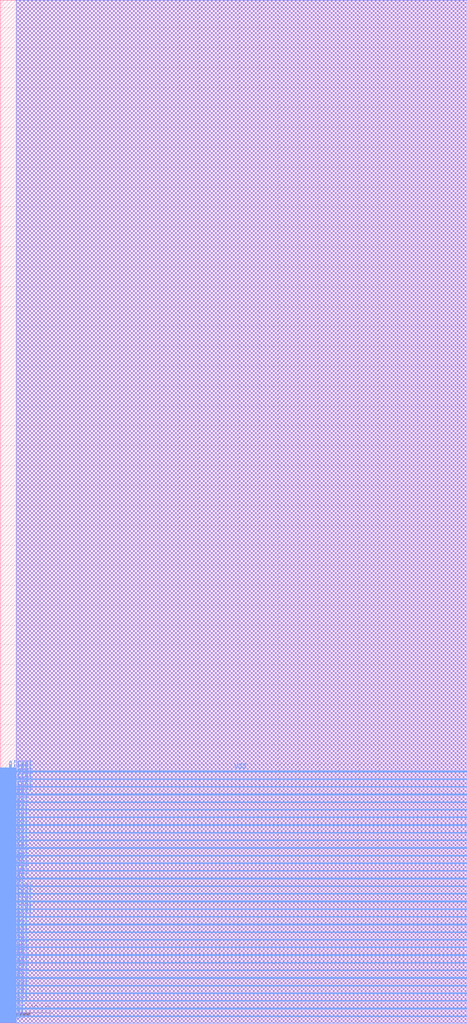
<source format=lef>
VERSION 5.6 ;
BUSBITCHARS "[]" ;
DIVIDERCHAR "/" ;

MACRO SRAM1RW256x128
  CLASS BLOCK ;
  ORIGIN 0 0 ;
  FOREIGN SRAM1RW256x128 0 0 ;
  SIZE 117.408 BY 256.896 ;
  SYMMETRY X Y ;
  SITE asap7sc7p5t ;
  PIN VDD
    DIRECTION INOUT ;
    USE POWER ;
    PORT 
      LAYER M4 ;
        RECT 0.0 1.632 117.408 1.728 ;
        RECT 0.0 3.552 117.408 3.648 ;
        RECT 0.0 5.472 117.408 5.568 ;
        RECT 0.0 7.392 117.408 7.488 ;
        RECT 0.0 9.312 117.408 9.408 ;
        RECT 0.0 11.232 117.408 11.328 ;
        RECT 0.0 13.152 117.408 13.248 ;
        RECT 0.0 15.072 117.408 15.168 ;
        RECT 0.0 16.992 117.408 17.088 ;
        RECT 0.0 18.912 117.408 19.008 ;
        RECT 0.0 20.832 117.408 20.928 ;
        RECT 0.0 22.752 117.408 22.848 ;
        RECT 0.0 24.672 117.408 24.768 ;
        RECT 0.0 26.592 117.408 26.688 ;
        RECT 0.0 28.512 117.408 28.608 ;
        RECT 0.0 30.432 117.408 30.528 ;
        RECT 0.0 32.352 117.408 32.448 ;
        RECT 0.0 34.272 117.408 34.368 ;
        RECT 0.0 36.192 117.408 36.288 ;
        RECT 0.0 38.112 117.408 38.208 ;
        RECT 0.0 40.032 117.408 40.128 ;
        RECT 0.0 41.952 117.408 42.048 ;
        RECT 0.0 43.872 117.408 43.968 ;
        RECT 0.0 45.792 117.408 45.888 ;
        RECT 0.0 47.712 117.408 47.808 ;
        RECT 0.0 49.632 117.408 49.728 ;
        RECT 0.0 51.552 117.408 51.648 ;
        RECT 0.0 53.472 117.408 53.568 ;
        RECT 0.0 55.392 117.408 55.488 ;
        RECT 0.0 57.312 117.408 57.408 ;
        RECT 0.0 59.232 117.408 59.328 ;
        RECT 0.0 61.152 117.408 61.248 ;
        RECT 0.0 63.072 117.408 63.168 ;
    END 
  END VDD
  PIN VSS
    DIRECTION INOUT ;
    USE GROUND ;
    PORT 
      LAYER M4 ;
        RECT 0.0 1.824 117.408 1.92 ;
        RECT 0.0 3.744 117.408 3.84 ;
        RECT 0.0 5.664 117.408 5.76 ;
        RECT 0.0 7.584 117.408 7.68 ;
        RECT 0.0 9.504 117.408 9.6 ;
        RECT 0.0 11.424 117.408 11.52 ;
        RECT 0.0 13.344 117.408 13.44 ;
        RECT 0.0 15.264 117.408 15.36 ;
        RECT 0.0 17.184 117.408 17.28 ;
        RECT 0.0 19.104 117.408 19.2 ;
        RECT 0.0 21.024 117.408 21.12 ;
        RECT 0.0 22.944 117.408 23.04 ;
        RECT 0.0 24.864 117.408 24.96 ;
        RECT 0.0 26.784 117.408 26.88 ;
        RECT 0.0 28.704 117.408 28.8 ;
        RECT 0.0 30.624 117.408 30.72 ;
        RECT 0.0 32.544 117.408 32.64 ;
        RECT 0.0 34.464 117.408 34.56 ;
        RECT 0.0 36.384 117.408 36.48 ;
        RECT 0.0 38.304 117.408 38.4 ;
        RECT 0.0 40.224 117.408 40.32 ;
        RECT 0.0 42.144 117.408 42.24 ;
        RECT 0.0 44.064 117.408 44.16 ;
        RECT 0.0 45.984 117.408 46.08 ;
        RECT 0.0 47.904 117.408 48.0 ;
        RECT 0.0 49.824 117.408 49.92 ;
        RECT 0.0 51.744 117.408 51.84 ;
        RECT 0.0 53.664 117.408 53.76 ;
        RECT 0.0 55.584 117.408 55.68 ;
        RECT 0.0 57.504 117.408 57.6 ;
        RECT 0.0 59.424 117.408 59.52 ;
        RECT 0.0 61.344 117.408 61.44 ;
        RECT 0.0 63.264 117.408 63.36 ;
    END 
  END VSS
  PIN CE
    DIRECTION INPUT ;
    USE SIGNAL ;
    PORT 
      LAYER M4 ;
        RECT 0.0 0.096 4.0 0.192 ;
    END 
  END CE
  PIN WEB
    DIRECTION INPUT ;
    USE SIGNAL ;
    PORT 
      LAYER M4 ;
        RECT 0.0 0.288 4.0 0.384 ;
    END 
  END WEB
  PIN OEB
    DIRECTION INPUT ;
    USE SIGNAL ;
    PORT 
      LAYER M4 ;
        RECT 0.0 0.48 4.0 0.576 ;
    END 
  END OEB
  PIN CSB
    DIRECTION INPUT ;
    USE SIGNAL ;
    PORT 
      LAYER M4 ;
        RECT 0.0 0.672 4.0 0.768 ;
    END 
  END CSB
  PIN A[0]
    DIRECTION INPUT ;
    USE SIGNAL ;
    PORT 
      LAYER M4 ;
        RECT 0.0 0.864 4.0 0.96 ;
    END 
  END A[0]
  PIN A[1]
    DIRECTION INPUT ;
    USE SIGNAL ;
    PORT 
      LAYER M4 ;
        RECT 0.0 1.056 4.0 1.152 ;
    END 
  END A[1]
  PIN A[2]
    DIRECTION INPUT ;
    USE SIGNAL ;
    PORT 
      LAYER M4 ;
        RECT 0.0 1.248 4.0 1.344 ;
    END 
  END A[2]
  PIN A[3]
    DIRECTION INPUT ;
    USE SIGNAL ;
    PORT 
      LAYER M4 ;
        RECT 0.0 1.44 4.0 1.536 ;
    END 
  END A[3]
  PIN A[4]
    DIRECTION INPUT ;
    USE SIGNAL ;
    PORT 
      LAYER M4 ;
        RECT 0.0 2.016 4.0 2.112 ;
    END 
  END A[4]
  PIN A[5]
    DIRECTION INPUT ;
    USE SIGNAL ;
    PORT 
      LAYER M4 ;
        RECT 0.0 2.208 4.0 2.304 ;
    END 
  END A[5]
  PIN A[6]
    DIRECTION INPUT ;
    USE SIGNAL ;
    PORT 
      LAYER M4 ;
        RECT 0.0 2.4 4.0 2.496 ;
    END 
  END A[6]
  PIN A[7]
    DIRECTION INPUT ;
    USE SIGNAL ;
    PORT 
      LAYER M4 ;
        RECT 0.0 2.592 4.0 2.688 ;
    END 
  END A[7]
  PIN I[0]
    DIRECTION INPUT ;
    USE SIGNAL ;
    PORT 
      LAYER M4 ;
        RECT 0.0 2.784 4.0 2.88 ;
    END 
  END I[0]
  PIN I[1]
    DIRECTION INPUT ;
    USE SIGNAL ;
    PORT 
      LAYER M4 ;
        RECT 0.0 2.976 4.0 3.072 ;
    END 
  END I[1]
  PIN I[2]
    DIRECTION INPUT ;
    USE SIGNAL ;
    PORT 
      LAYER M4 ;
        RECT 0.0 3.168 4.0 3.264 ;
    END 
  END I[2]
  PIN I[3]
    DIRECTION INPUT ;
    USE SIGNAL ;
    PORT 
      LAYER M4 ;
        RECT 0.0 3.36 4.0 3.456 ;
    END 
  END I[3]
  PIN I[4]
    DIRECTION INPUT ;
    USE SIGNAL ;
    PORT 
      LAYER M4 ;
        RECT 0.0 3.936 4.0 4.032 ;
    END 
  END I[4]
  PIN I[5]
    DIRECTION INPUT ;
    USE SIGNAL ;
    PORT 
      LAYER M4 ;
        RECT 0.0 4.128 4.0 4.224 ;
    END 
  END I[5]
  PIN I[6]
    DIRECTION INPUT ;
    USE SIGNAL ;
    PORT 
      LAYER M4 ;
        RECT 0.0 4.32 4.0 4.416 ;
    END 
  END I[6]
  PIN I[7]
    DIRECTION INPUT ;
    USE SIGNAL ;
    PORT 
      LAYER M4 ;
        RECT 0.0 4.512 4.0 4.608 ;
    END 
  END I[7]
  PIN I[8]
    DIRECTION INPUT ;
    USE SIGNAL ;
    PORT 
      LAYER M4 ;
        RECT 0.0 4.704 4.0 4.8 ;
    END 
  END I[8]
  PIN I[9]
    DIRECTION INPUT ;
    USE SIGNAL ;
    PORT 
      LAYER M4 ;
        RECT 0.0 4.896 4.0 4.992 ;
    END 
  END I[9]
  PIN I[10]
    DIRECTION INPUT ;
    USE SIGNAL ;
    PORT 
      LAYER M4 ;
        RECT 0.0 5.088 4.0 5.184 ;
    END 
  END I[10]
  PIN I[11]
    DIRECTION INPUT ;
    USE SIGNAL ;
    PORT 
      LAYER M4 ;
        RECT 0.0 5.28 4.0 5.376 ;
    END 
  END I[11]
  PIN I[12]
    DIRECTION INPUT ;
    USE SIGNAL ;
    PORT 
      LAYER M4 ;
        RECT 0.0 5.856 4.0 5.952 ;
    END 
  END I[12]
  PIN I[13]
    DIRECTION INPUT ;
    USE SIGNAL ;
    PORT 
      LAYER M4 ;
        RECT 0.0 6.048 4.0 6.144 ;
    END 
  END I[13]
  PIN I[14]
    DIRECTION INPUT ;
    USE SIGNAL ;
    PORT 
      LAYER M4 ;
        RECT 0.0 6.24 4.0 6.336 ;
    END 
  END I[14]
  PIN I[15]
    DIRECTION INPUT ;
    USE SIGNAL ;
    PORT 
      LAYER M4 ;
        RECT 0.0 6.432 4.0 6.528 ;
    END 
  END I[15]
  PIN I[16]
    DIRECTION INPUT ;
    USE SIGNAL ;
    PORT 
      LAYER M4 ;
        RECT 0.0 6.624 4.0 6.72 ;
    END 
  END I[16]
  PIN I[17]
    DIRECTION INPUT ;
    USE SIGNAL ;
    PORT 
      LAYER M4 ;
        RECT 0.0 6.816 4.0 6.912 ;
    END 
  END I[17]
  PIN I[18]
    DIRECTION INPUT ;
    USE SIGNAL ;
    PORT 
      LAYER M4 ;
        RECT 0.0 7.008 4.0 7.104 ;
    END 
  END I[18]
  PIN I[19]
    DIRECTION INPUT ;
    USE SIGNAL ;
    PORT 
      LAYER M4 ;
        RECT 0.0 7.2 4.0 7.296 ;
    END 
  END I[19]
  PIN I[20]
    DIRECTION INPUT ;
    USE SIGNAL ;
    PORT 
      LAYER M4 ;
        RECT 0.0 7.776 4.0 7.872 ;
    END 
  END I[20]
  PIN I[21]
    DIRECTION INPUT ;
    USE SIGNAL ;
    PORT 
      LAYER M4 ;
        RECT 0.0 7.968 4.0 8.064 ;
    END 
  END I[21]
  PIN I[22]
    DIRECTION INPUT ;
    USE SIGNAL ;
    PORT 
      LAYER M4 ;
        RECT 0.0 8.16 4.0 8.256 ;
    END 
  END I[22]
  PIN I[23]
    DIRECTION INPUT ;
    USE SIGNAL ;
    PORT 
      LAYER M4 ;
        RECT 0.0 8.352 4.0 8.448 ;
    END 
  END I[23]
  PIN I[24]
    DIRECTION INPUT ;
    USE SIGNAL ;
    PORT 
      LAYER M4 ;
        RECT 0.0 8.544 4.0 8.64 ;
    END 
  END I[24]
  PIN I[25]
    DIRECTION INPUT ;
    USE SIGNAL ;
    PORT 
      LAYER M4 ;
        RECT 0.0 8.736 4.0 8.832 ;
    END 
  END I[25]
  PIN I[26]
    DIRECTION INPUT ;
    USE SIGNAL ;
    PORT 
      LAYER M4 ;
        RECT 0.0 8.928 4.0 9.024 ;
    END 
  END I[26]
  PIN I[27]
    DIRECTION INPUT ;
    USE SIGNAL ;
    PORT 
      LAYER M4 ;
        RECT 0.0 9.12 4.0 9.216 ;
    END 
  END I[27]
  PIN I[28]
    DIRECTION INPUT ;
    USE SIGNAL ;
    PORT 
      LAYER M4 ;
        RECT 0.0 9.696 4.0 9.792 ;
    END 
  END I[28]
  PIN I[29]
    DIRECTION INPUT ;
    USE SIGNAL ;
    PORT 
      LAYER M4 ;
        RECT 0.0 9.888 4.0 9.984 ;
    END 
  END I[29]
  PIN I[30]
    DIRECTION INPUT ;
    USE SIGNAL ;
    PORT 
      LAYER M4 ;
        RECT 0.0 10.08 4.0 10.176 ;
    END 
  END I[30]
  PIN I[31]
    DIRECTION INPUT ;
    USE SIGNAL ;
    PORT 
      LAYER M4 ;
        RECT 0.0 10.272 4.0 10.368 ;
    END 
  END I[31]
  PIN I[32]
    DIRECTION INPUT ;
    USE SIGNAL ;
    PORT 
      LAYER M4 ;
        RECT 0.0 10.464 4.0 10.56 ;
    END 
  END I[32]
  PIN I[33]
    DIRECTION INPUT ;
    USE SIGNAL ;
    PORT 
      LAYER M4 ;
        RECT 0.0 10.656 4.0 10.752 ;
    END 
  END I[33]
  PIN I[34]
    DIRECTION INPUT ;
    USE SIGNAL ;
    PORT 
      LAYER M4 ;
        RECT 0.0 10.848 4.0 10.944 ;
    END 
  END I[34]
  PIN I[35]
    DIRECTION INPUT ;
    USE SIGNAL ;
    PORT 
      LAYER M4 ;
        RECT 0.0 11.04 4.0 11.136 ;
    END 
  END I[35]
  PIN I[36]
    DIRECTION INPUT ;
    USE SIGNAL ;
    PORT 
      LAYER M4 ;
        RECT 0.0 11.616 4.0 11.712 ;
    END 
  END I[36]
  PIN I[37]
    DIRECTION INPUT ;
    USE SIGNAL ;
    PORT 
      LAYER M4 ;
        RECT 0.0 11.808 4.0 11.904 ;
    END 
  END I[37]
  PIN I[38]
    DIRECTION INPUT ;
    USE SIGNAL ;
    PORT 
      LAYER M4 ;
        RECT 0.0 12.0 4.0 12.096 ;
    END 
  END I[38]
  PIN I[39]
    DIRECTION INPUT ;
    USE SIGNAL ;
    PORT 
      LAYER M4 ;
        RECT 0.0 12.192 4.0 12.288 ;
    END 
  END I[39]
  PIN I[40]
    DIRECTION INPUT ;
    USE SIGNAL ;
    PORT 
      LAYER M4 ;
        RECT 0.0 12.384 4.0 12.48 ;
    END 
  END I[40]
  PIN I[41]
    DIRECTION INPUT ;
    USE SIGNAL ;
    PORT 
      LAYER M4 ;
        RECT 0.0 12.576 4.0 12.672 ;
    END 
  END I[41]
  PIN I[42]
    DIRECTION INPUT ;
    USE SIGNAL ;
    PORT 
      LAYER M4 ;
        RECT 0.0 12.768 4.0 12.864 ;
    END 
  END I[42]
  PIN I[43]
    DIRECTION INPUT ;
    USE SIGNAL ;
    PORT 
      LAYER M4 ;
        RECT 0.0 12.96 4.0 13.056 ;
    END 
  END I[43]
  PIN I[44]
    DIRECTION INPUT ;
    USE SIGNAL ;
    PORT 
      LAYER M4 ;
        RECT 0.0 13.536 4.0 13.632 ;
    END 
  END I[44]
  PIN I[45]
    DIRECTION INPUT ;
    USE SIGNAL ;
    PORT 
      LAYER M4 ;
        RECT 0.0 13.728 4.0 13.824 ;
    END 
  END I[45]
  PIN I[46]
    DIRECTION INPUT ;
    USE SIGNAL ;
    PORT 
      LAYER M4 ;
        RECT 0.0 13.92 4.0 14.016 ;
    END 
  END I[46]
  PIN I[47]
    DIRECTION INPUT ;
    USE SIGNAL ;
    PORT 
      LAYER M4 ;
        RECT 0.0 14.112 4.0 14.208 ;
    END 
  END I[47]
  PIN I[48]
    DIRECTION INPUT ;
    USE SIGNAL ;
    PORT 
      LAYER M4 ;
        RECT 0.0 14.304 4.0 14.4 ;
    END 
  END I[48]
  PIN I[49]
    DIRECTION INPUT ;
    USE SIGNAL ;
    PORT 
      LAYER M4 ;
        RECT 0.0 14.496 4.0 14.592 ;
    END 
  END I[49]
  PIN I[50]
    DIRECTION INPUT ;
    USE SIGNAL ;
    PORT 
      LAYER M4 ;
        RECT 0.0 14.688 4.0 14.784 ;
    END 
  END I[50]
  PIN I[51]
    DIRECTION INPUT ;
    USE SIGNAL ;
    PORT 
      LAYER M4 ;
        RECT 0.0 14.88 4.0 14.976 ;
    END 
  END I[51]
  PIN I[52]
    DIRECTION INPUT ;
    USE SIGNAL ;
    PORT 
      LAYER M4 ;
        RECT 0.0 15.456 4.0 15.552 ;
    END 
  END I[52]
  PIN I[53]
    DIRECTION INPUT ;
    USE SIGNAL ;
    PORT 
      LAYER M4 ;
        RECT 0.0 15.648 4.0 15.744 ;
    END 
  END I[53]
  PIN I[54]
    DIRECTION INPUT ;
    USE SIGNAL ;
    PORT 
      LAYER M4 ;
        RECT 0.0 15.84 4.0 15.936 ;
    END 
  END I[54]
  PIN I[55]
    DIRECTION INPUT ;
    USE SIGNAL ;
    PORT 
      LAYER M4 ;
        RECT 0.0 16.032 4.0 16.128 ;
    END 
  END I[55]
  PIN I[56]
    DIRECTION INPUT ;
    USE SIGNAL ;
    PORT 
      LAYER M4 ;
        RECT 0.0 16.224 4.0 16.32 ;
    END 
  END I[56]
  PIN I[57]
    DIRECTION INPUT ;
    USE SIGNAL ;
    PORT 
      LAYER M4 ;
        RECT 0.0 16.416 4.0 16.512 ;
    END 
  END I[57]
  PIN I[58]
    DIRECTION INPUT ;
    USE SIGNAL ;
    PORT 
      LAYER M4 ;
        RECT 0.0 16.608 4.0 16.704 ;
    END 
  END I[58]
  PIN I[59]
    DIRECTION INPUT ;
    USE SIGNAL ;
    PORT 
      LAYER M4 ;
        RECT 0.0 16.8 4.0 16.896 ;
    END 
  END I[59]
  PIN I[60]
    DIRECTION INPUT ;
    USE SIGNAL ;
    PORT 
      LAYER M4 ;
        RECT 0.0 17.376 4.0 17.472 ;
    END 
  END I[60]
  PIN I[61]
    DIRECTION INPUT ;
    USE SIGNAL ;
    PORT 
      LAYER M4 ;
        RECT 0.0 17.568 4.0 17.664 ;
    END 
  END I[61]
  PIN I[62]
    DIRECTION INPUT ;
    USE SIGNAL ;
    PORT 
      LAYER M4 ;
        RECT 0.0 17.76 4.0 17.856 ;
    END 
  END I[62]
  PIN I[63]
    DIRECTION INPUT ;
    USE SIGNAL ;
    PORT 
      LAYER M4 ;
        RECT 0.0 17.952 4.0 18.048 ;
    END 
  END I[63]
  PIN I[64]
    DIRECTION INPUT ;
    USE SIGNAL ;
    PORT 
      LAYER M4 ;
        RECT 0.0 18.144 4.0 18.24 ;
    END 
  END I[64]
  PIN I[65]
    DIRECTION INPUT ;
    USE SIGNAL ;
    PORT 
      LAYER M4 ;
        RECT 0.0 18.336 4.0 18.432 ;
    END 
  END I[65]
  PIN I[66]
    DIRECTION INPUT ;
    USE SIGNAL ;
    PORT 
      LAYER M4 ;
        RECT 0.0 18.528 4.0 18.624 ;
    END 
  END I[66]
  PIN I[67]
    DIRECTION INPUT ;
    USE SIGNAL ;
    PORT 
      LAYER M4 ;
        RECT 0.0 18.72 4.0 18.816 ;
    END 
  END I[67]
  PIN I[68]
    DIRECTION INPUT ;
    USE SIGNAL ;
    PORT 
      LAYER M4 ;
        RECT 0.0 19.296 4.0 19.392 ;
    END 
  END I[68]
  PIN I[69]
    DIRECTION INPUT ;
    USE SIGNAL ;
    PORT 
      LAYER M4 ;
        RECT 0.0 19.488 4.0 19.584 ;
    END 
  END I[69]
  PIN I[70]
    DIRECTION INPUT ;
    USE SIGNAL ;
    PORT 
      LAYER M4 ;
        RECT 0.0 19.68 4.0 19.776 ;
    END 
  END I[70]
  PIN I[71]
    DIRECTION INPUT ;
    USE SIGNAL ;
    PORT 
      LAYER M4 ;
        RECT 0.0 19.872 4.0 19.968 ;
    END 
  END I[71]
  PIN I[72]
    DIRECTION INPUT ;
    USE SIGNAL ;
    PORT 
      LAYER M4 ;
        RECT 0.0 20.064 4.0 20.16 ;
    END 
  END I[72]
  PIN I[73]
    DIRECTION INPUT ;
    USE SIGNAL ;
    PORT 
      LAYER M4 ;
        RECT 0.0 20.256 4.0 20.352 ;
    END 
  END I[73]
  PIN I[74]
    DIRECTION INPUT ;
    USE SIGNAL ;
    PORT 
      LAYER M4 ;
        RECT 0.0 20.448 4.0 20.544 ;
    END 
  END I[74]
  PIN I[75]
    DIRECTION INPUT ;
    USE SIGNAL ;
    PORT 
      LAYER M4 ;
        RECT 0.0 20.64 4.0 20.736 ;
    END 
  END I[75]
  PIN I[76]
    DIRECTION INPUT ;
    USE SIGNAL ;
    PORT 
      LAYER M4 ;
        RECT 0.0 21.216 4.0 21.312 ;
    END 
  END I[76]
  PIN I[77]
    DIRECTION INPUT ;
    USE SIGNAL ;
    PORT 
      LAYER M4 ;
        RECT 0.0 21.408 4.0 21.504 ;
    END 
  END I[77]
  PIN I[78]
    DIRECTION INPUT ;
    USE SIGNAL ;
    PORT 
      LAYER M4 ;
        RECT 0.0 21.6 4.0 21.696 ;
    END 
  END I[78]
  PIN I[79]
    DIRECTION INPUT ;
    USE SIGNAL ;
    PORT 
      LAYER M4 ;
        RECT 0.0 21.792 4.0 21.888 ;
    END 
  END I[79]
  PIN I[80]
    DIRECTION INPUT ;
    USE SIGNAL ;
    PORT 
      LAYER M4 ;
        RECT 0.0 21.984 4.0 22.08 ;
    END 
  END I[80]
  PIN I[81]
    DIRECTION INPUT ;
    USE SIGNAL ;
    PORT 
      LAYER M4 ;
        RECT 0.0 22.176 4.0 22.272 ;
    END 
  END I[81]
  PIN I[82]
    DIRECTION INPUT ;
    USE SIGNAL ;
    PORT 
      LAYER M4 ;
        RECT 0.0 22.368 4.0 22.464 ;
    END 
  END I[82]
  PIN I[83]
    DIRECTION INPUT ;
    USE SIGNAL ;
    PORT 
      LAYER M4 ;
        RECT 0.0 22.56 4.0 22.656 ;
    END 
  END I[83]
  PIN I[84]
    DIRECTION INPUT ;
    USE SIGNAL ;
    PORT 
      LAYER M4 ;
        RECT 0.0 23.136 4.0 23.232 ;
    END 
  END I[84]
  PIN I[85]
    DIRECTION INPUT ;
    USE SIGNAL ;
    PORT 
      LAYER M4 ;
        RECT 0.0 23.328 4.0 23.424 ;
    END 
  END I[85]
  PIN I[86]
    DIRECTION INPUT ;
    USE SIGNAL ;
    PORT 
      LAYER M4 ;
        RECT 0.0 23.52 4.0 23.616 ;
    END 
  END I[86]
  PIN I[87]
    DIRECTION INPUT ;
    USE SIGNAL ;
    PORT 
      LAYER M4 ;
        RECT 0.0 23.712 4.0 23.808 ;
    END 
  END I[87]
  PIN I[88]
    DIRECTION INPUT ;
    USE SIGNAL ;
    PORT 
      LAYER M4 ;
        RECT 0.0 23.904 4.0 24.0 ;
    END 
  END I[88]
  PIN I[89]
    DIRECTION INPUT ;
    USE SIGNAL ;
    PORT 
      LAYER M4 ;
        RECT 0.0 24.096 4.0 24.192 ;
    END 
  END I[89]
  PIN I[90]
    DIRECTION INPUT ;
    USE SIGNAL ;
    PORT 
      LAYER M4 ;
        RECT 0.0 24.288 4.0 24.384 ;
    END 
  END I[90]
  PIN I[91]
    DIRECTION INPUT ;
    USE SIGNAL ;
    PORT 
      LAYER M4 ;
        RECT 0.0 24.48 4.0 24.576 ;
    END 
  END I[91]
  PIN I[92]
    DIRECTION INPUT ;
    USE SIGNAL ;
    PORT 
      LAYER M4 ;
        RECT 0.0 25.056 4.0 25.152 ;
    END 
  END I[92]
  PIN I[93]
    DIRECTION INPUT ;
    USE SIGNAL ;
    PORT 
      LAYER M4 ;
        RECT 0.0 25.248 4.0 25.344 ;
    END 
  END I[93]
  PIN I[94]
    DIRECTION INPUT ;
    USE SIGNAL ;
    PORT 
      LAYER M4 ;
        RECT 0.0 25.44 4.0 25.536 ;
    END 
  END I[94]
  PIN I[95]
    DIRECTION INPUT ;
    USE SIGNAL ;
    PORT 
      LAYER M4 ;
        RECT 0.0 25.632 4.0 25.728 ;
    END 
  END I[95]
  PIN I[96]
    DIRECTION INPUT ;
    USE SIGNAL ;
    PORT 
      LAYER M4 ;
        RECT 0.0 25.824 4.0 25.92 ;
    END 
  END I[96]
  PIN I[97]
    DIRECTION INPUT ;
    USE SIGNAL ;
    PORT 
      LAYER M4 ;
        RECT 0.0 26.016 4.0 26.112 ;
    END 
  END I[97]
  PIN I[98]
    DIRECTION INPUT ;
    USE SIGNAL ;
    PORT 
      LAYER M4 ;
        RECT 0.0 26.208 4.0 26.304 ;
    END 
  END I[98]
  PIN I[99]
    DIRECTION INPUT ;
    USE SIGNAL ;
    PORT 
      LAYER M4 ;
        RECT 0.0 26.4 4.0 26.496 ;
    END 
  END I[99]
  PIN I[100]
    DIRECTION INPUT ;
    USE SIGNAL ;
    PORT 
      LAYER M4 ;
        RECT 0.0 26.976 4.0 27.072 ;
    END 
  END I[100]
  PIN I[101]
    DIRECTION INPUT ;
    USE SIGNAL ;
    PORT 
      LAYER M4 ;
        RECT 0.0 27.168 4.0 27.264 ;
    END 
  END I[101]
  PIN I[102]
    DIRECTION INPUT ;
    USE SIGNAL ;
    PORT 
      LAYER M4 ;
        RECT 0.0 27.36 4.0 27.456 ;
    END 
  END I[102]
  PIN I[103]
    DIRECTION INPUT ;
    USE SIGNAL ;
    PORT 
      LAYER M4 ;
        RECT 0.0 27.552 4.0 27.648 ;
    END 
  END I[103]
  PIN I[104]
    DIRECTION INPUT ;
    USE SIGNAL ;
    PORT 
      LAYER M4 ;
        RECT 0.0 27.744 4.0 27.84 ;
    END 
  END I[104]
  PIN I[105]
    DIRECTION INPUT ;
    USE SIGNAL ;
    PORT 
      LAYER M4 ;
        RECT 0.0 27.936 4.0 28.032 ;
    END 
  END I[105]
  PIN I[106]
    DIRECTION INPUT ;
    USE SIGNAL ;
    PORT 
      LAYER M4 ;
        RECT 0.0 28.128 4.0 28.224 ;
    END 
  END I[106]
  PIN I[107]
    DIRECTION INPUT ;
    USE SIGNAL ;
    PORT 
      LAYER M4 ;
        RECT 0.0 28.32 4.0 28.416 ;
    END 
  END I[107]
  PIN I[108]
    DIRECTION INPUT ;
    USE SIGNAL ;
    PORT 
      LAYER M4 ;
        RECT 0.0 28.896 4.0 28.992 ;
    END 
  END I[108]
  PIN I[109]
    DIRECTION INPUT ;
    USE SIGNAL ;
    PORT 
      LAYER M4 ;
        RECT 0.0 29.088 4.0 29.184 ;
    END 
  END I[109]
  PIN I[110]
    DIRECTION INPUT ;
    USE SIGNAL ;
    PORT 
      LAYER M4 ;
        RECT 0.0 29.28 4.0 29.376 ;
    END 
  END I[110]
  PIN I[111]
    DIRECTION INPUT ;
    USE SIGNAL ;
    PORT 
      LAYER M4 ;
        RECT 0.0 29.472 4.0 29.568 ;
    END 
  END I[111]
  PIN I[112]
    DIRECTION INPUT ;
    USE SIGNAL ;
    PORT 
      LAYER M4 ;
        RECT 0.0 29.664 4.0 29.76 ;
    END 
  END I[112]
  PIN I[113]
    DIRECTION INPUT ;
    USE SIGNAL ;
    PORT 
      LAYER M4 ;
        RECT 0.0 29.856 4.0 29.952 ;
    END 
  END I[113]
  PIN I[114]
    DIRECTION INPUT ;
    USE SIGNAL ;
    PORT 
      LAYER M4 ;
        RECT 0.0 30.048 4.0 30.144 ;
    END 
  END I[114]
  PIN I[115]
    DIRECTION INPUT ;
    USE SIGNAL ;
    PORT 
      LAYER M4 ;
        RECT 0.0 30.24 4.0 30.336 ;
    END 
  END I[115]
  PIN I[116]
    DIRECTION INPUT ;
    USE SIGNAL ;
    PORT 
      LAYER M4 ;
        RECT 0.0 30.816 4.0 30.912 ;
    END 
  END I[116]
  PIN I[117]
    DIRECTION INPUT ;
    USE SIGNAL ;
    PORT 
      LAYER M4 ;
        RECT 0.0 31.008 4.0 31.104 ;
    END 
  END I[117]
  PIN I[118]
    DIRECTION INPUT ;
    USE SIGNAL ;
    PORT 
      LAYER M4 ;
        RECT 0.0 31.2 4.0 31.296 ;
    END 
  END I[118]
  PIN I[119]
    DIRECTION INPUT ;
    USE SIGNAL ;
    PORT 
      LAYER M4 ;
        RECT 0.0 31.392 4.0 31.488 ;
    END 
  END I[119]
  PIN I[120]
    DIRECTION INPUT ;
    USE SIGNAL ;
    PORT 
      LAYER M4 ;
        RECT 0.0 31.584 4.0 31.68 ;
    END 
  END I[120]
  PIN I[121]
    DIRECTION INPUT ;
    USE SIGNAL ;
    PORT 
      LAYER M4 ;
        RECT 0.0 31.776 4.0 31.872 ;
    END 
  END I[121]
  PIN I[122]
    DIRECTION INPUT ;
    USE SIGNAL ;
    PORT 
      LAYER M4 ;
        RECT 0.0 31.968 4.0 32.064 ;
    END 
  END I[122]
  PIN I[123]
    DIRECTION INPUT ;
    USE SIGNAL ;
    PORT 
      LAYER M4 ;
        RECT 0.0 32.16 4.0 32.256 ;
    END 
  END I[123]
  PIN I[124]
    DIRECTION INPUT ;
    USE SIGNAL ;
    PORT 
      LAYER M4 ;
        RECT 0.0 32.736 4.0 32.832 ;
    END 
  END I[124]
  PIN I[125]
    DIRECTION INPUT ;
    USE SIGNAL ;
    PORT 
      LAYER M4 ;
        RECT 0.0 32.928 4.0 33.024 ;
    END 
  END I[125]
  PIN I[126]
    DIRECTION INPUT ;
    USE SIGNAL ;
    PORT 
      LAYER M4 ;
        RECT 0.0 33.12 4.0 33.216 ;
    END 
  END I[126]
  PIN I[127]
    DIRECTION INPUT ;
    USE SIGNAL ;
    PORT 
      LAYER M4 ;
        RECT 0.0 33.312 4.0 33.408 ;
    END 
  END I[127]
  PIN O[0]
    DIRECTION OUTPUT ;
    USE SIGNAL ;
    PORT 
      LAYER M4 ;
        RECT 0.0 33.504 4.0 33.6 ;
    END 
  END O[0]
  PIN O[1]
    DIRECTION OUTPUT ;
    USE SIGNAL ;
    PORT 
      LAYER M4 ;
        RECT 0.0 33.696 4.0 33.792 ;
    END 
  END O[1]
  PIN O[2]
    DIRECTION OUTPUT ;
    USE SIGNAL ;
    PORT 
      LAYER M4 ;
        RECT 0.0 33.888 4.0 33.984 ;
    END 
  END O[2]
  PIN O[3]
    DIRECTION OUTPUT ;
    USE SIGNAL ;
    PORT 
      LAYER M4 ;
        RECT 0.0 34.08 4.0 34.176 ;
    END 
  END O[3]
  PIN O[4]
    DIRECTION OUTPUT ;
    USE SIGNAL ;
    PORT 
      LAYER M4 ;
        RECT 0.0 34.656 4.0 34.752 ;
    END 
  END O[4]
  PIN O[5]
    DIRECTION OUTPUT ;
    USE SIGNAL ;
    PORT 
      LAYER M4 ;
        RECT 0.0 34.848 4.0 34.944 ;
    END 
  END O[5]
  PIN O[6]
    DIRECTION OUTPUT ;
    USE SIGNAL ;
    PORT 
      LAYER M4 ;
        RECT 0.0 35.04 4.0 35.136 ;
    END 
  END O[6]
  PIN O[7]
    DIRECTION OUTPUT ;
    USE SIGNAL ;
    PORT 
      LAYER M4 ;
        RECT 0.0 35.232 4.0 35.328 ;
    END 
  END O[7]
  PIN O[8]
    DIRECTION OUTPUT ;
    USE SIGNAL ;
    PORT 
      LAYER M4 ;
        RECT 0.0 35.424 4.0 35.52 ;
    END 
  END O[8]
  PIN O[9]
    DIRECTION OUTPUT ;
    USE SIGNAL ;
    PORT 
      LAYER M4 ;
        RECT 0.0 35.616 4.0 35.712 ;
    END 
  END O[9]
  PIN O[10]
    DIRECTION OUTPUT ;
    USE SIGNAL ;
    PORT 
      LAYER M4 ;
        RECT 0.0 35.808 4.0 35.904 ;
    END 
  END O[10]
  PIN O[11]
    DIRECTION OUTPUT ;
    USE SIGNAL ;
    PORT 
      LAYER M4 ;
        RECT 0.0 36.0 4.0 36.096 ;
    END 
  END O[11]
  PIN O[12]
    DIRECTION OUTPUT ;
    USE SIGNAL ;
    PORT 
      LAYER M4 ;
        RECT 0.0 36.576 4.0 36.672 ;
    END 
  END O[12]
  PIN O[13]
    DIRECTION OUTPUT ;
    USE SIGNAL ;
    PORT 
      LAYER M4 ;
        RECT 0.0 36.768 4.0 36.864 ;
    END 
  END O[13]
  PIN O[14]
    DIRECTION OUTPUT ;
    USE SIGNAL ;
    PORT 
      LAYER M4 ;
        RECT 0.0 36.96 4.0 37.056 ;
    END 
  END O[14]
  PIN O[15]
    DIRECTION OUTPUT ;
    USE SIGNAL ;
    PORT 
      LAYER M4 ;
        RECT 0.0 37.152 4.0 37.248 ;
    END 
  END O[15]
  PIN O[16]
    DIRECTION OUTPUT ;
    USE SIGNAL ;
    PORT 
      LAYER M4 ;
        RECT 0.0 37.344 4.0 37.44 ;
    END 
  END O[16]
  PIN O[17]
    DIRECTION OUTPUT ;
    USE SIGNAL ;
    PORT 
      LAYER M4 ;
        RECT 0.0 37.536 4.0 37.632 ;
    END 
  END O[17]
  PIN O[18]
    DIRECTION OUTPUT ;
    USE SIGNAL ;
    PORT 
      LAYER M4 ;
        RECT 0.0 37.728 4.0 37.824 ;
    END 
  END O[18]
  PIN O[19]
    DIRECTION OUTPUT ;
    USE SIGNAL ;
    PORT 
      LAYER M4 ;
        RECT 0.0 37.92 4.0 38.016 ;
    END 
  END O[19]
  PIN O[20]
    DIRECTION OUTPUT ;
    USE SIGNAL ;
    PORT 
      LAYER M4 ;
        RECT 0.0 38.496 4.0 38.592 ;
    END 
  END O[20]
  PIN O[21]
    DIRECTION OUTPUT ;
    USE SIGNAL ;
    PORT 
      LAYER M4 ;
        RECT 0.0 38.688 4.0 38.784 ;
    END 
  END O[21]
  PIN O[22]
    DIRECTION OUTPUT ;
    USE SIGNAL ;
    PORT 
      LAYER M4 ;
        RECT 0.0 38.88 4.0 38.976 ;
    END 
  END O[22]
  PIN O[23]
    DIRECTION OUTPUT ;
    USE SIGNAL ;
    PORT 
      LAYER M4 ;
        RECT 0.0 39.072 4.0 39.168 ;
    END 
  END O[23]
  PIN O[24]
    DIRECTION OUTPUT ;
    USE SIGNAL ;
    PORT 
      LAYER M4 ;
        RECT 0.0 39.264 4.0 39.36 ;
    END 
  END O[24]
  PIN O[25]
    DIRECTION OUTPUT ;
    USE SIGNAL ;
    PORT 
      LAYER M4 ;
        RECT 0.0 39.456 4.0 39.552 ;
    END 
  END O[25]
  PIN O[26]
    DIRECTION OUTPUT ;
    USE SIGNAL ;
    PORT 
      LAYER M4 ;
        RECT 0.0 39.648 4.0 39.744 ;
    END 
  END O[26]
  PIN O[27]
    DIRECTION OUTPUT ;
    USE SIGNAL ;
    PORT 
      LAYER M4 ;
        RECT 0.0 39.84 4.0 39.936 ;
    END 
  END O[27]
  PIN O[28]
    DIRECTION OUTPUT ;
    USE SIGNAL ;
    PORT 
      LAYER M4 ;
        RECT 0.0 40.416 4.0 40.512 ;
    END 
  END O[28]
  PIN O[29]
    DIRECTION OUTPUT ;
    USE SIGNAL ;
    PORT 
      LAYER M4 ;
        RECT 0.0 40.608 4.0 40.704 ;
    END 
  END O[29]
  PIN O[30]
    DIRECTION OUTPUT ;
    USE SIGNAL ;
    PORT 
      LAYER M4 ;
        RECT 0.0 40.8 4.0 40.896 ;
    END 
  END O[30]
  PIN O[31]
    DIRECTION OUTPUT ;
    USE SIGNAL ;
    PORT 
      LAYER M4 ;
        RECT 0.0 40.992 4.0 41.088 ;
    END 
  END O[31]
  PIN O[32]
    DIRECTION OUTPUT ;
    USE SIGNAL ;
    PORT 
      LAYER M4 ;
        RECT 0.0 41.184 4.0 41.28 ;
    END 
  END O[32]
  PIN O[33]
    DIRECTION OUTPUT ;
    USE SIGNAL ;
    PORT 
      LAYER M4 ;
        RECT 0.0 41.376 4.0 41.472 ;
    END 
  END O[33]
  PIN O[34]
    DIRECTION OUTPUT ;
    USE SIGNAL ;
    PORT 
      LAYER M4 ;
        RECT 0.0 41.568 4.0 41.664 ;
    END 
  END O[34]
  PIN O[35]
    DIRECTION OUTPUT ;
    USE SIGNAL ;
    PORT 
      LAYER M4 ;
        RECT 0.0 41.76 4.0 41.856 ;
    END 
  END O[35]
  PIN O[36]
    DIRECTION OUTPUT ;
    USE SIGNAL ;
    PORT 
      LAYER M4 ;
        RECT 0.0 42.336 4.0 42.432 ;
    END 
  END O[36]
  PIN O[37]
    DIRECTION OUTPUT ;
    USE SIGNAL ;
    PORT 
      LAYER M4 ;
        RECT 0.0 42.528 4.0 42.624 ;
    END 
  END O[37]
  PIN O[38]
    DIRECTION OUTPUT ;
    USE SIGNAL ;
    PORT 
      LAYER M4 ;
        RECT 0.0 42.72 4.0 42.816 ;
    END 
  END O[38]
  PIN O[39]
    DIRECTION OUTPUT ;
    USE SIGNAL ;
    PORT 
      LAYER M4 ;
        RECT 0.0 42.912 4.0 43.008 ;
    END 
  END O[39]
  PIN O[40]
    DIRECTION OUTPUT ;
    USE SIGNAL ;
    PORT 
      LAYER M4 ;
        RECT 0.0 43.104 4.0 43.2 ;
    END 
  END O[40]
  PIN O[41]
    DIRECTION OUTPUT ;
    USE SIGNAL ;
    PORT 
      LAYER M4 ;
        RECT 0.0 43.296 4.0 43.392 ;
    END 
  END O[41]
  PIN O[42]
    DIRECTION OUTPUT ;
    USE SIGNAL ;
    PORT 
      LAYER M4 ;
        RECT 0.0 43.488 4.0 43.584 ;
    END 
  END O[42]
  PIN O[43]
    DIRECTION OUTPUT ;
    USE SIGNAL ;
    PORT 
      LAYER M4 ;
        RECT 0.0 43.68 4.0 43.776 ;
    END 
  END O[43]
  PIN O[44]
    DIRECTION OUTPUT ;
    USE SIGNAL ;
    PORT 
      LAYER M4 ;
        RECT 0.0 44.256 4.0 44.352 ;
    END 
  END O[44]
  PIN O[45]
    DIRECTION OUTPUT ;
    USE SIGNAL ;
    PORT 
      LAYER M4 ;
        RECT 0.0 44.448 4.0 44.544 ;
    END 
  END O[45]
  PIN O[46]
    DIRECTION OUTPUT ;
    USE SIGNAL ;
    PORT 
      LAYER M4 ;
        RECT 0.0 44.64 4.0 44.736 ;
    END 
  END O[46]
  PIN O[47]
    DIRECTION OUTPUT ;
    USE SIGNAL ;
    PORT 
      LAYER M4 ;
        RECT 0.0 44.832 4.0 44.928 ;
    END 
  END O[47]
  PIN O[48]
    DIRECTION OUTPUT ;
    USE SIGNAL ;
    PORT 
      LAYER M4 ;
        RECT 0.0 45.024 4.0 45.12 ;
    END 
  END O[48]
  PIN O[49]
    DIRECTION OUTPUT ;
    USE SIGNAL ;
    PORT 
      LAYER M4 ;
        RECT 0.0 45.216 4.0 45.312 ;
    END 
  END O[49]
  PIN O[50]
    DIRECTION OUTPUT ;
    USE SIGNAL ;
    PORT 
      LAYER M4 ;
        RECT 0.0 45.408 4.0 45.504 ;
    END 
  END O[50]
  PIN O[51]
    DIRECTION OUTPUT ;
    USE SIGNAL ;
    PORT 
      LAYER M4 ;
        RECT 0.0 45.6 4.0 45.696 ;
    END 
  END O[51]
  PIN O[52]
    DIRECTION OUTPUT ;
    USE SIGNAL ;
    PORT 
      LAYER M4 ;
        RECT 0.0 46.176 4.0 46.272 ;
    END 
  END O[52]
  PIN O[53]
    DIRECTION OUTPUT ;
    USE SIGNAL ;
    PORT 
      LAYER M4 ;
        RECT 0.0 46.368 4.0 46.464 ;
    END 
  END O[53]
  PIN O[54]
    DIRECTION OUTPUT ;
    USE SIGNAL ;
    PORT 
      LAYER M4 ;
        RECT 0.0 46.56 4.0 46.656 ;
    END 
  END O[54]
  PIN O[55]
    DIRECTION OUTPUT ;
    USE SIGNAL ;
    PORT 
      LAYER M4 ;
        RECT 0.0 46.752 4.0 46.848 ;
    END 
  END O[55]
  PIN O[56]
    DIRECTION OUTPUT ;
    USE SIGNAL ;
    PORT 
      LAYER M4 ;
        RECT 0.0 46.944 4.0 47.04 ;
    END 
  END O[56]
  PIN O[57]
    DIRECTION OUTPUT ;
    USE SIGNAL ;
    PORT 
      LAYER M4 ;
        RECT 0.0 47.136 4.0 47.232 ;
    END 
  END O[57]
  PIN O[58]
    DIRECTION OUTPUT ;
    USE SIGNAL ;
    PORT 
      LAYER M4 ;
        RECT 0.0 47.328 4.0 47.424 ;
    END 
  END O[58]
  PIN O[59]
    DIRECTION OUTPUT ;
    USE SIGNAL ;
    PORT 
      LAYER M4 ;
        RECT 0.0 47.52 4.0 47.616 ;
    END 
  END O[59]
  PIN O[60]
    DIRECTION OUTPUT ;
    USE SIGNAL ;
    PORT 
      LAYER M4 ;
        RECT 0.0 48.096 4.0 48.192 ;
    END 
  END O[60]
  PIN O[61]
    DIRECTION OUTPUT ;
    USE SIGNAL ;
    PORT 
      LAYER M4 ;
        RECT 0.0 48.288 4.0 48.384 ;
    END 
  END O[61]
  PIN O[62]
    DIRECTION OUTPUT ;
    USE SIGNAL ;
    PORT 
      LAYER M4 ;
        RECT 0.0 48.48 4.0 48.576 ;
    END 
  END O[62]
  PIN O[63]
    DIRECTION OUTPUT ;
    USE SIGNAL ;
    PORT 
      LAYER M4 ;
        RECT 0.0 48.672 4.0 48.768 ;
    END 
  END O[63]
  PIN O[64]
    DIRECTION OUTPUT ;
    USE SIGNAL ;
    PORT 
      LAYER M4 ;
        RECT 0.0 48.864 4.0 48.96 ;
    END 
  END O[64]
  PIN O[65]
    DIRECTION OUTPUT ;
    USE SIGNAL ;
    PORT 
      LAYER M4 ;
        RECT 0.0 49.056 4.0 49.152 ;
    END 
  END O[65]
  PIN O[66]
    DIRECTION OUTPUT ;
    USE SIGNAL ;
    PORT 
      LAYER M4 ;
        RECT 0.0 49.248 4.0 49.344 ;
    END 
  END O[66]
  PIN O[67]
    DIRECTION OUTPUT ;
    USE SIGNAL ;
    PORT 
      LAYER M4 ;
        RECT 0.0 49.44 4.0 49.536 ;
    END 
  END O[67]
  PIN O[68]
    DIRECTION OUTPUT ;
    USE SIGNAL ;
    PORT 
      LAYER M4 ;
        RECT 0.0 50.016 4.0 50.112 ;
    END 
  END O[68]
  PIN O[69]
    DIRECTION OUTPUT ;
    USE SIGNAL ;
    PORT 
      LAYER M4 ;
        RECT 0.0 50.208 4.0 50.304 ;
    END 
  END O[69]
  PIN O[70]
    DIRECTION OUTPUT ;
    USE SIGNAL ;
    PORT 
      LAYER M4 ;
        RECT 0.0 50.4 4.0 50.496 ;
    END 
  END O[70]
  PIN O[71]
    DIRECTION OUTPUT ;
    USE SIGNAL ;
    PORT 
      LAYER M4 ;
        RECT 0.0 50.592 4.0 50.688 ;
    END 
  END O[71]
  PIN O[72]
    DIRECTION OUTPUT ;
    USE SIGNAL ;
    PORT 
      LAYER M4 ;
        RECT 0.0 50.784 4.0 50.88 ;
    END 
  END O[72]
  PIN O[73]
    DIRECTION OUTPUT ;
    USE SIGNAL ;
    PORT 
      LAYER M4 ;
        RECT 0.0 50.976 4.0 51.072 ;
    END 
  END O[73]
  PIN O[74]
    DIRECTION OUTPUT ;
    USE SIGNAL ;
    PORT 
      LAYER M4 ;
        RECT 0.0 51.168 4.0 51.264 ;
    END 
  END O[74]
  PIN O[75]
    DIRECTION OUTPUT ;
    USE SIGNAL ;
    PORT 
      LAYER M4 ;
        RECT 0.0 51.36 4.0 51.456 ;
    END 
  END O[75]
  PIN O[76]
    DIRECTION OUTPUT ;
    USE SIGNAL ;
    PORT 
      LAYER M4 ;
        RECT 0.0 51.936 4.0 52.032 ;
    END 
  END O[76]
  PIN O[77]
    DIRECTION OUTPUT ;
    USE SIGNAL ;
    PORT 
      LAYER M4 ;
        RECT 0.0 52.128 4.0 52.224 ;
    END 
  END O[77]
  PIN O[78]
    DIRECTION OUTPUT ;
    USE SIGNAL ;
    PORT 
      LAYER M4 ;
        RECT 0.0 52.32 4.0 52.416 ;
    END 
  END O[78]
  PIN O[79]
    DIRECTION OUTPUT ;
    USE SIGNAL ;
    PORT 
      LAYER M4 ;
        RECT 0.0 52.512 4.0 52.608 ;
    END 
  END O[79]
  PIN O[80]
    DIRECTION OUTPUT ;
    USE SIGNAL ;
    PORT 
      LAYER M4 ;
        RECT 0.0 52.704 4.0 52.8 ;
    END 
  END O[80]
  PIN O[81]
    DIRECTION OUTPUT ;
    USE SIGNAL ;
    PORT 
      LAYER M4 ;
        RECT 0.0 52.896 4.0 52.992 ;
    END 
  END O[81]
  PIN O[82]
    DIRECTION OUTPUT ;
    USE SIGNAL ;
    PORT 
      LAYER M4 ;
        RECT 0.0 53.088 4.0 53.184 ;
    END 
  END O[82]
  PIN O[83]
    DIRECTION OUTPUT ;
    USE SIGNAL ;
    PORT 
      LAYER M4 ;
        RECT 0.0 53.28 4.0 53.376 ;
    END 
  END O[83]
  PIN O[84]
    DIRECTION OUTPUT ;
    USE SIGNAL ;
    PORT 
      LAYER M4 ;
        RECT 0.0 53.856 4.0 53.952 ;
    END 
  END O[84]
  PIN O[85]
    DIRECTION OUTPUT ;
    USE SIGNAL ;
    PORT 
      LAYER M4 ;
        RECT 0.0 54.048 4.0 54.144 ;
    END 
  END O[85]
  PIN O[86]
    DIRECTION OUTPUT ;
    USE SIGNAL ;
    PORT 
      LAYER M4 ;
        RECT 0.0 54.24 4.0 54.336 ;
    END 
  END O[86]
  PIN O[87]
    DIRECTION OUTPUT ;
    USE SIGNAL ;
    PORT 
      LAYER M4 ;
        RECT 0.0 54.432 4.0 54.528 ;
    END 
  END O[87]
  PIN O[88]
    DIRECTION OUTPUT ;
    USE SIGNAL ;
    PORT 
      LAYER M4 ;
        RECT 0.0 54.624 4.0 54.72 ;
    END 
  END O[88]
  PIN O[89]
    DIRECTION OUTPUT ;
    USE SIGNAL ;
    PORT 
      LAYER M4 ;
        RECT 0.0 54.816 4.0 54.912 ;
    END 
  END O[89]
  PIN O[90]
    DIRECTION OUTPUT ;
    USE SIGNAL ;
    PORT 
      LAYER M4 ;
        RECT 0.0 55.008 4.0 55.104 ;
    END 
  END O[90]
  PIN O[91]
    DIRECTION OUTPUT ;
    USE SIGNAL ;
    PORT 
      LAYER M4 ;
        RECT 0.0 55.2 4.0 55.296 ;
    END 
  END O[91]
  PIN O[92]
    DIRECTION OUTPUT ;
    USE SIGNAL ;
    PORT 
      LAYER M4 ;
        RECT 0.0 55.776 4.0 55.872 ;
    END 
  END O[92]
  PIN O[93]
    DIRECTION OUTPUT ;
    USE SIGNAL ;
    PORT 
      LAYER M4 ;
        RECT 0.0 55.968 4.0 56.064 ;
    END 
  END O[93]
  PIN O[94]
    DIRECTION OUTPUT ;
    USE SIGNAL ;
    PORT 
      LAYER M4 ;
        RECT 0.0 56.16 4.0 56.256 ;
    END 
  END O[94]
  PIN O[95]
    DIRECTION OUTPUT ;
    USE SIGNAL ;
    PORT 
      LAYER M4 ;
        RECT 0.0 56.352 4.0 56.448 ;
    END 
  END O[95]
  PIN O[96]
    DIRECTION OUTPUT ;
    USE SIGNAL ;
    PORT 
      LAYER M4 ;
        RECT 0.0 56.544 4.0 56.64 ;
    END 
  END O[96]
  PIN O[97]
    DIRECTION OUTPUT ;
    USE SIGNAL ;
    PORT 
      LAYER M4 ;
        RECT 0.0 56.736 4.0 56.832 ;
    END 
  END O[97]
  PIN O[98]
    DIRECTION OUTPUT ;
    USE SIGNAL ;
    PORT 
      LAYER M4 ;
        RECT 0.0 56.928 4.0 57.024 ;
    END 
  END O[98]
  PIN O[99]
    DIRECTION OUTPUT ;
    USE SIGNAL ;
    PORT 
      LAYER M4 ;
        RECT 0.0 57.12 4.0 57.216 ;
    END 
  END O[99]
  PIN O[100]
    DIRECTION OUTPUT ;
    USE SIGNAL ;
    PORT 
      LAYER M4 ;
        RECT 0.0 57.696 4.0 57.792 ;
    END 
  END O[100]
  PIN O[101]
    DIRECTION OUTPUT ;
    USE SIGNAL ;
    PORT 
      LAYER M4 ;
        RECT 0.0 57.888 4.0 57.984 ;
    END 
  END O[101]
  PIN O[102]
    DIRECTION OUTPUT ;
    USE SIGNAL ;
    PORT 
      LAYER M4 ;
        RECT 0.0 58.08 4.0 58.176 ;
    END 
  END O[102]
  PIN O[103]
    DIRECTION OUTPUT ;
    USE SIGNAL ;
    PORT 
      LAYER M4 ;
        RECT 0.0 58.272 4.0 58.368 ;
    END 
  END O[103]
  PIN O[104]
    DIRECTION OUTPUT ;
    USE SIGNAL ;
    PORT 
      LAYER M4 ;
        RECT 0.0 58.464 4.0 58.56 ;
    END 
  END O[104]
  PIN O[105]
    DIRECTION OUTPUT ;
    USE SIGNAL ;
    PORT 
      LAYER M4 ;
        RECT 0.0 58.656 4.0 58.752 ;
    END 
  END O[105]
  PIN O[106]
    DIRECTION OUTPUT ;
    USE SIGNAL ;
    PORT 
      LAYER M4 ;
        RECT 0.0 58.848 4.0 58.944 ;
    END 
  END O[106]
  PIN O[107]
    DIRECTION OUTPUT ;
    USE SIGNAL ;
    PORT 
      LAYER M4 ;
        RECT 0.0 59.04 4.0 59.136 ;
    END 
  END O[107]
  PIN O[108]
    DIRECTION OUTPUT ;
    USE SIGNAL ;
    PORT 
      LAYER M4 ;
        RECT 0.0 59.616 4.0 59.712 ;
    END 
  END O[108]
  PIN O[109]
    DIRECTION OUTPUT ;
    USE SIGNAL ;
    PORT 
      LAYER M4 ;
        RECT 0.0 59.808 4.0 59.904 ;
    END 
  END O[109]
  PIN O[110]
    DIRECTION OUTPUT ;
    USE SIGNAL ;
    PORT 
      LAYER M4 ;
        RECT 0.0 60.0 4.0 60.096 ;
    END 
  END O[110]
  PIN O[111]
    DIRECTION OUTPUT ;
    USE SIGNAL ;
    PORT 
      LAYER M4 ;
        RECT 0.0 60.192 4.0 60.288 ;
    END 
  END O[111]
  PIN O[112]
    DIRECTION OUTPUT ;
    USE SIGNAL ;
    PORT 
      LAYER M4 ;
        RECT 0.0 60.384 4.0 60.48 ;
    END 
  END O[112]
  PIN O[113]
    DIRECTION OUTPUT ;
    USE SIGNAL ;
    PORT 
      LAYER M4 ;
        RECT 0.0 60.576 4.0 60.672 ;
    END 
  END O[113]
  PIN O[114]
    DIRECTION OUTPUT ;
    USE SIGNAL ;
    PORT 
      LAYER M4 ;
        RECT 0.0 60.768 4.0 60.864 ;
    END 
  END O[114]
  PIN O[115]
    DIRECTION OUTPUT ;
    USE SIGNAL ;
    PORT 
      LAYER M4 ;
        RECT 0.0 60.96 4.0 61.056 ;
    END 
  END O[115]
  PIN O[116]
    DIRECTION OUTPUT ;
    USE SIGNAL ;
    PORT 
      LAYER M4 ;
        RECT 0.0 61.536 4.0 61.632 ;
    END 
  END O[116]
  PIN O[117]
    DIRECTION OUTPUT ;
    USE SIGNAL ;
    PORT 
      LAYER M4 ;
        RECT 0.0 61.728 4.0 61.824 ;
    END 
  END O[117]
  PIN O[118]
    DIRECTION OUTPUT ;
    USE SIGNAL ;
    PORT 
      LAYER M4 ;
        RECT 0.0 61.92 4.0 62.016 ;
    END 
  END O[118]
  PIN O[119]
    DIRECTION OUTPUT ;
    USE SIGNAL ;
    PORT 
      LAYER M4 ;
        RECT 0.0 62.112 4.0 62.208 ;
    END 
  END O[119]
  PIN O[120]
    DIRECTION OUTPUT ;
    USE SIGNAL ;
    PORT 
      LAYER M4 ;
        RECT 0.0 62.304 4.0 62.4 ;
    END 
  END O[120]
  PIN O[121]
    DIRECTION OUTPUT ;
    USE SIGNAL ;
    PORT 
      LAYER M4 ;
        RECT 0.0 62.496 4.0 62.592 ;
    END 
  END O[121]
  PIN O[122]
    DIRECTION OUTPUT ;
    USE SIGNAL ;
    PORT 
      LAYER M4 ;
        RECT 0.0 62.688 4.0 62.784 ;
    END 
  END O[122]
  PIN O[123]
    DIRECTION OUTPUT ;
    USE SIGNAL ;
    PORT 
      LAYER M4 ;
        RECT 0.0 62.88 4.0 62.976 ;
    END 
  END O[123]
  PIN O[124]
    DIRECTION OUTPUT ;
    USE SIGNAL ;
    PORT 
      LAYER M4 ;
        RECT 0.0 63.456 4.0 63.552 ;
    END 
  END O[124]
  PIN O[125]
    DIRECTION OUTPUT ;
    USE SIGNAL ;
    PORT 
      LAYER M4 ;
        RECT 0.0 63.648 4.0 63.744 ;
    END 
  END O[125]
  PIN O[126]
    DIRECTION OUTPUT ;
    USE SIGNAL ;
    PORT 
      LAYER M4 ;
        RECT 0.0 63.84 4.0 63.936 ;
    END 
  END O[126]
  PIN O[127]
    DIRECTION OUTPUT ;
    USE SIGNAL ;
    PORT 
      LAYER M4 ;
        RECT 0.0 64.032 4.0 64.128 ;
    END 
  END O[127]
  OBS 
    LAYER M1 ;
      RECT 4.0 0.0 117.408 256.896 ;
    LAYER M2 ;
      RECT 4.0 0.0 117.408 256.896 ;
    LAYER M3 ;
      RECT 4.0 0.0 117.408 256.896 ;
  END 
END SRAM1RW256x128

END LIBRARY
</source>
